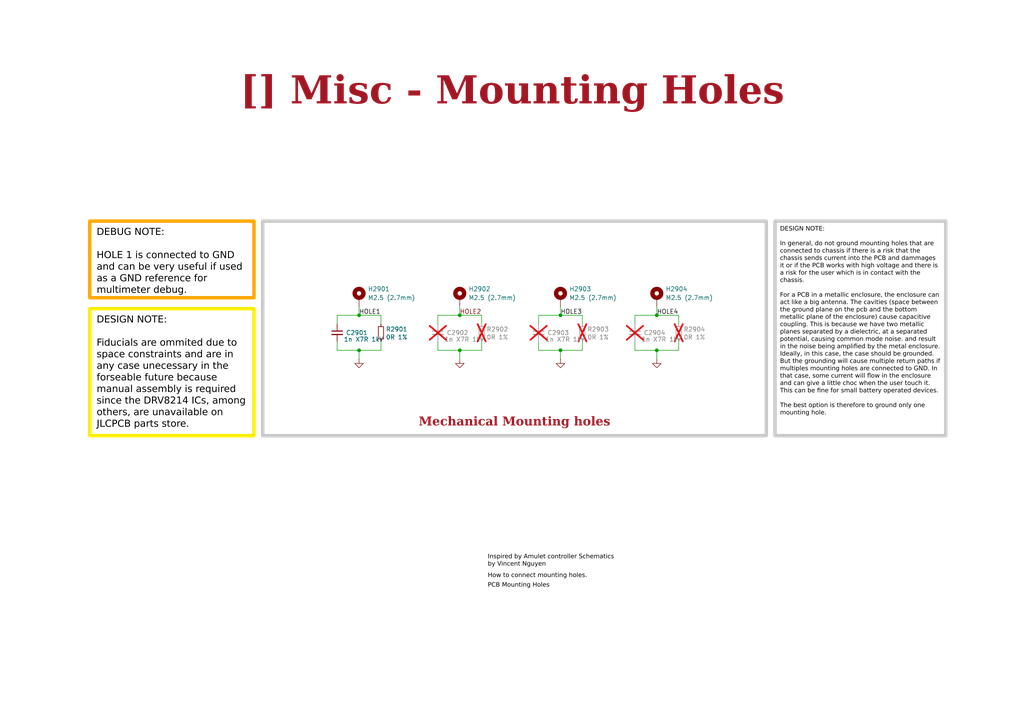
<source format=kicad_sch>
(kicad_sch (version 20250114) (generator "eeschema") (generator_version "9.0")
  (paper "A4")
  (title_block (title "Misc - Mounting Holes") (date "2025-02-16") (rev "${REVISION}"))
  (lib_symbols
    (symbol "Device:C_Small" (pin_numbers (hide yes)) (pin_names (offset 0.254) (hide yes))
      (property "Reference" "C" (at 0.254 1.778 0))
      (property "Value" "C_Small" (at 0.254 -2.032 0))
      (symbol "C_Small_0_1"
        (polyline (pts (xy -1.524 0.508) (xy 1.524 0.508)) (stroke (width 0.3048)))
        (polyline (pts (xy -1.524 -0.508) (xy 1.524 -0.508)) (stroke (width 0.3302)))
      )
      (symbol "C_Small_1_1"
        (pin passive line (at 0 2.54 270) (length 2.032) (name "~") (number "1"))
        (pin passive line (at 0 -2.54 90) (length 2.032) (name "~") (number "2"))
      )
    )
    (symbol "Device:R_Small" (pin_numbers (hide yes)) (pin_names (offset 0.254) (hide yes))
      (property "Reference" "R" (at 0.762 0.508 0))
      (property "Value" "R_Small" (at 0.762 -1.016 0))
      (symbol "R_Small_0_1"
        (rectangle (start -0.762 1.778) (end 0.762 -1.778) (stroke (width 0.2032)))
      )
      (symbol "R_Small_1_1"
        (pin passive line (at 0 2.54 270) (length 0.762) (name "~") (number "1"))
        (pin passive line (at 0 -2.54 90) (length 0.762) (name "~") (number "2"))
      )
    )
    (symbol "Mechanical:MountingHole_Pad" (pin_numbers (hide yes)) (pin_names (offset 1.016) (hide yes)) (exclude_from_sim yes) (in_bom no)
      (property "Reference" "H" (at 0 6.35 0))
      (property "Value" "MountingHole_Pad" (at 0 4.445 0))
      (symbol "MountingHole_Pad_0_1"
        (circle (center 0 1.27) (radius 1.27) (stroke (width 1.27)))
      )
      (symbol "MountingHole_Pad_1_1"
        (pin input line (at 0 -2.54 90) (length 2.54) (name "1") (number "1"))
      )
    )
    (symbol "power:GND" (power) (pin_numbers (hide yes)) (pin_names (offset 0) (hide yes))
      (property "Value" "GND" (at 0 -3.81 0))
      (symbol "GND_0_1"
        (polyline (pts (xy 0 0) (xy 0 -1.27) (xy 1.27 -1.27) (xy 0 -2.54) (xy -1.27 -1.27) (xy 0 -1.27)))
      )
      (symbol "GND_1_1"
        (pin power_in line (at 0 0 270) (length 0) (name "~") (number "1"))
      )
    )
  )
  (rectangle (start 76.2 64.135) (end 222.25 126.365) (stroke (width 1) (color 200 200 200 1)))
  (text "Inspired by Amulet controller Schematics\nby Vincent Nguyen" (at 141.478 164.846 0) (effects (font (size 1.27 1.27)) (justify left bottom)))
  (text "PCB Mounting Holes" (at 141.478 170.942 0) (effects (font (size 1.27 1.27)) (justify left bottom)))
  (text "How to connect mounting holes." (at 141.478 168.148 0) (effects (font (size 1.27 1.27)) (justify left bottom)))
  (text_box "Mechanical Mounting holes" (at 75.565 118.11 0) (size 147.32 7.62) (margins 1.9049 1.9049 1.9049 1.9049) (stroke (width -0.0001)) (effects (font (size 2.54 2.54) (thickness 0.508) (bold yes)) (justify bottom)))
  (text_box "DESIGN NOTE:\n\nFiducials are ommited due to space constraints and are in any case unecessary in the forseable future because manual assembly is required since the DRV8214 ICs, among others, are unavailable on JLCPCB parts store. " (at 26.035 89.535 0) (size 47.625 36.83) (margins 2 2 2 2) (stroke (width 1) (color 250 236 0 1)) (effects (font (size 2 2)) (justify left top)))
  (text_box "DESIGN NOTE:\n\nIn general, do not ground mounting holes that are connected to chassis if there is a risk that the chassis sends current into the PCB and dammages it or if the PCB works with high voltage and there is a risk for the user which is in contact with the chassis.\n\nFor a PCB in a metallic enclosure, the enclosure can act like a big antenna. The cavities (space between the ground plane on the pcb and the bottom metallic plane of the enclosure) cause capacitive coupling. This is because we have two metallic planes separated by a dielectric, at a separated potential, causing common mode noise. and result in the noise being amplified by the metal enclosure.  \nIdeally, in this case, the case should be grounded. But the grounding will cause multiple return paths if multiples mounting holes are connected to GND. In that case, some current will flow in the enclosure and can give a little choc when the user touch it. This can be fine for small battery operated devices.\n\nThe best option is therefore to ground only one mounting hole. " (at 224.79 64.135 0) (size 49.53 62.23) (margins 1.4525 1.4525 1.4525 1.4525) (stroke (width 1) (color 200 200 200 1)) (effects (font (size 1.27 1.27)) (justify left top)))
  (text_box "[${#}] ${TITLE}" (at 12.065 20.32 0) (size 273.05 12.7) (margins 5.9999 5.9999 5.9999 5.9999) (stroke (width -0.0001)) (effects (font (size 8 8) (thickness 1.2) (bold yes))))
  (text_box "DEBUG NOTE:\n\nHOLE 1 is connected to GND and can be very useful if used as a GND reference for multimeter debug." (at 26.035 64.135 0) (size 47.625 22.225) (margins 2 2 2 2) (stroke (width 1) (color 255 165 0 1)) (effects (font (size 2 2)) (justify left top)))
  (junction (at 133.35 101.6))
  (junction (at 104.14 101.6))
  (junction (at 190.5 91.44))
  (junction (at 162.56 91.44))
  (junction (at 162.56 101.6))
  (junction (at 190.5 101.6))
  (junction (at 104.14 91.44))
  (junction (at 133.35 91.44))
  (wire (pts (xy 156.21 101.6) (xy 162.56 101.6)))
  (wire (pts (xy 97.79 91.44) (xy 104.14 91.44)))
  (wire (pts (xy 127 91.44) (xy 127 93.98)))
  (wire (pts (xy 97.79 99.06) (xy 97.79 101.6)))
  (wire (pts (xy 196.85 91.44) (xy 196.85 93.98)))
  (wire (pts (xy 104.14 101.6) (xy 110.49 101.6)))
  (wire (pts (xy 97.79 101.6) (xy 104.14 101.6)))
  (wire (pts (xy 156.21 91.44) (xy 162.56 91.44)))
  (wire (pts (xy 104.14 91.44) (xy 110.49 91.44)))
  (wire (pts (xy 168.91 99.06) (xy 168.91 101.6)))
  (wire (pts (xy 127 91.44) (xy 133.35 91.44)))
  (wire (pts (xy 104.14 101.6) (xy 104.14 104.14)))
  (wire (pts (xy 190.5 101.6) (xy 190.5 104.14)))
  (wire (pts (xy 190.5 101.6) (xy 196.85 101.6)))
  (wire (pts (xy 97.79 91.44) (xy 97.79 93.98)))
  (wire (pts (xy 139.7 91.44) (xy 139.7 93.98)))
  (wire (pts (xy 168.91 91.44) (xy 168.91 93.98)))
  (wire (pts (xy 127 101.6) (xy 133.35 101.6)))
  (wire (pts (xy 184.15 99.06) (xy 184.15 101.6)))
  (wire (pts (xy 110.49 91.44) (xy 110.49 93.98)))
  (wire (pts (xy 196.85 99.06) (xy 196.85 101.6)))
  (wire (pts (xy 110.49 99.06) (xy 110.49 101.6)))
  (wire (pts (xy 184.15 91.44) (xy 184.15 93.98)))
  (wire (pts (xy 133.35 88.9) (xy 133.35 91.44)))
  (wire (pts (xy 184.15 91.44) (xy 190.5 91.44)))
  (wire (pts (xy 184.15 101.6) (xy 190.5 101.6)))
  (wire (pts (xy 127 99.06) (xy 127 101.6)))
  (wire (pts (xy 190.5 88.9) (xy 190.5 91.44)))
  (wire (pts (xy 162.56 101.6) (xy 168.91 101.6)))
  (wire (pts (xy 156.21 91.44) (xy 156.21 93.98)))
  (wire (pts (xy 190.5 91.44) (xy 196.85 91.44)))
  (wire (pts (xy 133.35 101.6) (xy 133.35 104.14)))
  (wire (pts (xy 139.7 99.06) (xy 139.7 101.6)))
  (wire (pts (xy 104.14 88.9) (xy 104.14 91.44)))
  (wire (pts (xy 133.35 101.6) (xy 139.7 101.6)))
  (wire (pts (xy 156.21 99.06) (xy 156.21 101.6)))
  (wire (pts (xy 162.56 91.44) (xy 168.91 91.44)))
  (wire (pts (xy 133.35 91.44) (xy 139.7 91.44)))
  (wire (pts (xy 162.56 88.9) (xy 162.56 91.44)))
  (wire (pts (xy 162.56 101.6) (xy 162.56 104.14)))
  (label "HOLE1" (at 104.14 91.44 0))
  (label "HOLE2" (at 133.35 91.44 0))
  (label "HOLE4" (at 190.5 91.44 0))
  (label "HOLE3" (at 162.56 91.44 0))
  (symbol (lib_id "Device:R_Small") (at 168.91 96.52 0) (unit 1) (dnp yes)
    (property "Reference" "R2903" (at 173.482 95.504 0))
    (property "Value" "0R 1%" (at 173.482 97.79 0))
    (property "Footprint" "Resistor_SMD:R_0603_1608Metric" (effects (hide yes)))
    (property "Datasheet" "https://www.mouser.ch/ProductDetail/YAGEO/RC0603FR-100RL?qs=gY0y7AQI9SNjcfwXbqIKbg%3D%3D" (effects (hide yes)))
    (property "Description" "Resistor, small symbol" (effects (hide yes)))
    (property "Manufacturer Part Number" "RC0603FR-100RL" (effects (hide yes)))
    (property "Supplier" "Mouser Electronics" (effects (hide yes)))
    (property "Manufacturer" "YAGEO" (effects (hide yes)))
    (property "Supplier Part Number" "603-RC0603FR-100RL" (effects (hide yes)))
  )
  (symbol (lib_id "Device:C_Small") (at 97.79 96.52 0) (unit 1)
    (property "Reference" "C2901" (at 100.33 96.52 0) (effects (justify left)))
    (property "Value" "1n X7R 1kV" (at 99.695 98.425 0) (effects (justify left)))
    (property "Footprint" "Capacitor_SMD:C_0603_1608Metric" (effects (hide yes)))
    (property "Datasheet" "https://www.mouser.ch/ProductDetail/KEMET/C0603C102KDRACTU?qs=B0TNOcbsrWfl%252B1TgqaaQlQ%3D%3D" (effects (hide yes)))
    (property "Description" "Unpolarized capacitor" (effects (hide yes)))
    (property "Manufacturer" "KEMET" (effects (hide yes)))
    (property "Manufacturer Part Number" "C0603C102KDRACTU" (effects (hide yes)))
    (property "Supplier" "Mouser Electronics" (effects (hide yes)))
    (property "Supplier Part Number" "80-C0603C102KDRACTU" (effects (hide yes)))
  )
  (symbol (lib_id "Device:R_Small") (at 139.7 96.52 0) (unit 1) (dnp yes)
    (property "Reference" "R2902" (at 144.272 95.504 0))
    (property "Value" "0R 1%" (at 144.272 97.79 0))
    (property "Footprint" "Resistor_SMD:R_0603_1608Metric" (effects (hide yes)))
    (property "Datasheet" "https://www.mouser.ch/ProductDetail/YAGEO/RC0603FR-100RL?qs=gY0y7AQI9SNjcfwXbqIKbg%3D%3D" (effects (hide yes)))
    (property "Description" "Resistor, small symbol" (effects (hide yes)))
    (property "Manufacturer Part Number" "RC0603FR-100RL" (effects (hide yes)))
    (property "Supplier" "Mouser Electronics" (effects (hide yes)))
    (property "Manufacturer" "YAGEO" (effects (hide yes)))
    (property "Supplier Part Number" "603-RC0603FR-100RL" (effects (hide yes)))
  )
  (symbol (lib_id "Mechanical:MountingHole_Pad") (at 104.14 86.36 0) (unit 1) (in_bom no)
    (property "Reference" "H2901" (at 106.68 83.82 0) (effects (justify left)))
    (property "Value" "M2.5 (2.7mm)" (at 106.68 86.36 0) (effects (justify left)))
    (property "Footprint" "MountingHole:MountingHole_2.5mm_Pad_Via" (effects (hide yes)))
    (property "Description" "Mounting Hole with connection" (effects (hide yes)))
  )
  (symbol (lib_id "Mechanical:MountingHole_Pad") (at 133.35 86.36 0) (unit 1) (in_bom no)
    (property "Reference" "H2902" (at 135.89 83.82 0) (effects (justify left)))
    (property "Value" "M2.5 (2.7mm)" (at 135.89 86.36 0) (effects (justify left)))
    (property "Footprint" "MountingHole:MountingHole_2.5mm_Pad_Via" (effects (hide yes)))
    (property "Description" "Mounting Hole with connection" (effects (hide yes)))
  )
  (symbol (lib_id "Device:C_Small") (at 184.15 96.52 0) (unit 1) (dnp yes)
    (property "Reference" "C2904" (at 186.69 96.52 0) (effects (justify left)))
    (property "Value" "1n X7R 1kV" (at 186.055 98.425 0) (effects (justify left)))
    (property "Footprint" "Capacitor_SMD:C_0603_1608Metric" (effects (hide yes)))
    (property "Datasheet" "https://www.mouser.ch/ProductDetail/KEMET/C0603C102KDRACTU?qs=B0TNOcbsrWfl%252B1TgqaaQlQ%3D%3D" (effects (hide yes)))
    (property "Description" "Unpolarized capacitor" (effects (hide yes)))
    (property "Manufacturer" "KEMET" (effects (hide yes)))
    (property "Manufacturer Part Number" "C0603C102KDRACTU" (effects (hide yes)))
    (property "Supplier" "Mouser Electronics" (effects (hide yes)))
    (property "Supplier Part Number" "80-C0603C102KDRACTU" (effects (hide yes)))
  )
  (symbol (lib_id "Mechanical:MountingHole_Pad") (at 162.56 86.36 0) (unit 1) (in_bom no)
    (property "Reference" "H2903" (at 165.1 83.82 0) (effects (justify left)))
    (property "Value" "M2.5 (2.7mm)" (at 165.1 86.36 0) (effects (justify left)))
    (property "Footprint" "MountingHole:MountingHole_2.5mm_Pad_Via" (effects (hide yes)))
    (property "Description" "Mounting Hole with connection" (effects (hide yes)))
  )
  (symbol (lib_id "power:GND") (at 162.56 104.14 0) (unit 1)
    (property "Reference" "#PWR02903" (effects (hide yes)))
    (property "Value" "GND" (effects (hide yes)))
    (property "Description" "Power symbol creates a global label with name \"GND\" , ground" (effects (hide yes)))
  )
  (symbol (lib_id "Mechanical:MountingHole_Pad") (at 190.5 86.36 0) (unit 1) (in_bom no)
    (property "Reference" "H2904" (at 193.04 83.82 0) (effects (justify left)))
    (property "Value" "M2.5 (2.7mm)" (at 193.04 86.36 0) (effects (justify left)))
    (property "Footprint" "MountingHole:MountingHole_2.5mm_Pad_Via" (effects (hide yes)))
    (property "Description" "Mounting Hole with connection" (effects (hide yes)))
  )
  (symbol (lib_id "Device:R_Small") (at 196.85 96.52 0) (unit 1) (dnp yes)
    (property "Reference" "R2904" (at 201.422 95.504 0))
    (property "Value" "0R 1%" (at 201.422 97.79 0))
    (property "Footprint" "Resistor_SMD:R_0603_1608Metric" (effects (hide yes)))
    (property "Datasheet" "https://www.mouser.ch/ProductDetail/YAGEO/RC0603FR-100RL?qs=gY0y7AQI9SNjcfwXbqIKbg%3D%3D" (effects (hide yes)))
    (property "Description" "Resistor, small symbol" (effects (hide yes)))
    (property "Manufacturer Part Number" "RC0603FR-100RL" (effects (hide yes)))
    (property "Supplier" "Mouser Electronics" (effects (hide yes)))
    (property "Manufacturer" "YAGEO" (effects (hide yes)))
    (property "Supplier Part Number" "603-RC0603FR-100RL" (effects (hide yes)))
  )
  (symbol (lib_id "Device:R_Small") (at 110.49 96.52 0) (unit 1)
    (property "Reference" "R2901" (at 115.062 95.504 0))
    (property "Value" "0R 1%" (at 115.062 97.79 0))
    (property "Footprint" "Resistor_SMD:R_0603_1608Metric" (effects (hide yes)))
    (property "Datasheet" "https://www.mouser.ch/ProductDetail/YAGEO/RC0603FR-100RL?qs=gY0y7AQI9SNjcfwXbqIKbg%3D%3D" (effects (hide yes)))
    (property "Description" "Resistor, small symbol" (effects (hide yes)))
    (property "Manufacturer Part Number" "RC0603FR-100RL" (effects (hide yes)))
    (property "Supplier" "Mouser Electronics" (effects (hide yes)))
    (property "Manufacturer" "YAGEO" (effects (hide yes)))
    (property "Supplier Part Number" "603-RC0603FR-100RL" (effects (hide yes)))
  )
  (symbol (lib_id "power:GND") (at 104.14 104.14 0) (unit 1)
    (property "Reference" "#PWR02901" (effects (hide yes)))
    (property "Value" "GND" (effects (hide yes)))
    (property "Description" "Power symbol creates a global label with name \"GND\" , ground" (effects (hide yes)))
  )
  (symbol (lib_id "power:GND") (at 190.5 104.14 0) (unit 1)
    (property "Reference" "#PWR02904" (effects (hide yes)))
    (property "Value" "GND" (effects (hide yes)))
    (property "Description" "Power symbol creates a global label with name \"GND\" , ground" (effects (hide yes)))
  )
  (symbol (lib_id "Device:C_Small") (at 156.21 96.52 0) (unit 1) (dnp yes)
    (property "Reference" "C2903" (at 158.75 96.52 0) (effects (justify left)))
    (property "Value" "1n X7R 1kV" (at 158.115 98.425 0) (effects (justify left)))
    (property "Footprint" "Capacitor_SMD:C_0603_1608Metric" (effects (hide yes)))
    (property "Datasheet" "https://www.mouser.ch/ProductDetail/KEMET/C0603C102KDRACTU?qs=B0TNOcbsrWfl%252B1TgqaaQlQ%3D%3D" (effects (hide yes)))
    (property "Description" "Unpolarized capacitor" (effects (hide yes)))
    (property "Manufacturer" "KEMET" (effects (hide yes)))
    (property "Manufacturer Part Number" "C0603C102KDRACTU" (effects (hide yes)))
    (property "Supplier" "Mouser Electronics" (effects (hide yes)))
    (property "Supplier Part Number" "80-C0603C102KDRACTU" (effects (hide yes)))
  )
  (symbol (lib_id "Device:C_Small") (at 127 96.52 0) (unit 1) (dnp yes)
    (property "Reference" "C2902" (at 129.54 96.52 0) (effects (justify left)))
    (property "Value" "1n X7R 1kV" (at 128.905 98.425 0) (effects (justify left)))
    (property "Footprint" "Capacitor_SMD:C_0603_1608Metric" (effects (hide yes)))
    (property "Datasheet" "https://www.mouser.ch/ProductDetail/KEMET/C0603C102KDRACTU?qs=B0TNOcbsrWfl%252B1TgqaaQlQ%3D%3D" (effects (hide yes)))
    (property "Description" "Unpolarized capacitor" (effects (hide yes)))
    (property "Manufacturer" "KEMET" (effects (hide yes)))
    (property "Manufacturer Part Number" "C0603C102KDRACTU" (effects (hide yes)))
    (property "Supplier" "Mouser Electronics" (effects (hide yes)))
    (property "Supplier Part Number" "80-C0603C102KDRACTU" (effects (hide yes)))
  )
  (symbol (lib_id "power:GND") (at 133.35 104.14 0) (unit 1)
    (property "Reference" "#PWR02902" (effects (hide yes)))
    (property "Value" "GND" (effects (hide yes)))
    (property "Description" "Power symbol creates a global label with name \"GND\" , ground" (effects (hide yes)))
  )
)
</source>
